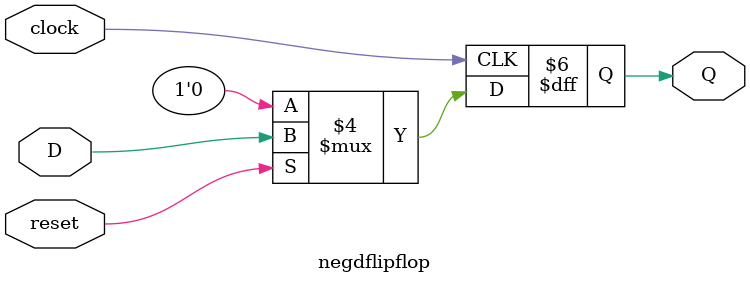
<source format=v>
module negdflipflop(D,clock,reset,Q);
input D,clock,reset;
output Q;
reg Q;
always@(negedge clock)
if(!reset)
Q<=0;
else
Q<=D;
endmodule

</source>
